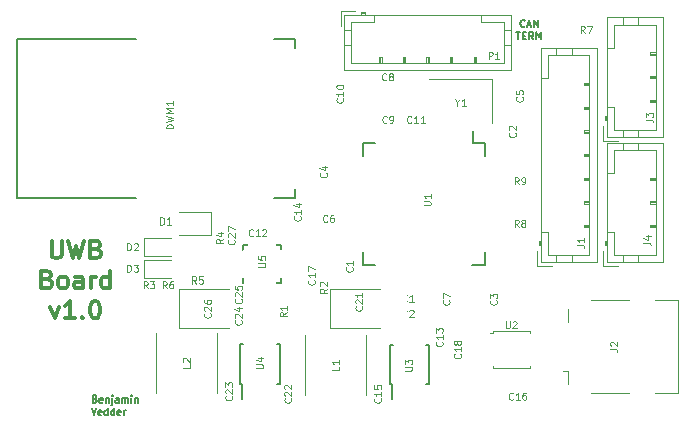
<source format=gto>
G04 #@! TF.GenerationSoftware,KiCad,Pcbnew,5.0.0-rc2-dev-unknown-bf135b0~64~ubuntu16.04.1*
G04 #@! TF.CreationDate,2018-05-07T12:38:37+02:00*
G04 #@! TF.ProjectId,uwb_pcb,7577625F7063622E6B696361645F7063,rev?*
G04 #@! TF.SameCoordinates,Original*
G04 #@! TF.FileFunction,Legend,Top*
G04 #@! TF.FilePolarity,Positive*
%FSLAX46Y46*%
G04 Gerber Fmt 4.6, Leading zero omitted, Abs format (unit mm)*
G04 Created by KiCad (PCBNEW 5.0.0-rc2-dev-unknown-bf135b0~64~ubuntu16.04.1) date Mon May  7 12:38:37 2018*
%MOMM*%
%LPD*%
G01*
G04 APERTURE LIST*
%ADD10C,0.150000*%
%ADD11C,0.300000*%
%ADD12C,0.120000*%
%ADD13C,0.100000*%
%ADD14R,1.700000X1.400000*%
%ADD15O,0.300000X0.650000*%
%ADD16O,0.650000X0.300000*%
%ADD17R,1.100000X0.920000*%
%ADD18R,0.920000X1.100000*%
%ADD19R,1.850000X1.300000*%
%ADD20O,1.850000X1.300000*%
%ADD21C,3.300000*%
%ADD22R,1.560000X2.500000*%
%ADD23R,1.300000X1.850000*%
%ADD24O,1.300000X1.850000*%
%ADD25R,2.100000X0.600000*%
%ADD26R,1.800000X2.100000*%
%ADD27C,1.100000*%
%ADD28R,1.220000X1.500000*%
%ADD29R,4.300000X1.600000*%
%ADD30R,0.750000X0.450000*%
%ADD31R,1.650000X2.500000*%
%ADD32R,0.350000X1.100000*%
%ADD33R,1.100000X0.350000*%
%ADD34R,0.550000X1.550000*%
%ADD35R,1.100000X2.550000*%
%ADD36R,2.550000X1.100000*%
G04 APERTURE END LIST*
D10*
X131214285Y-34489285D02*
X131185714Y-34517857D01*
X131100000Y-34546428D01*
X131042857Y-34546428D01*
X130957142Y-34517857D01*
X130900000Y-34460714D01*
X130871428Y-34403571D01*
X130842857Y-34289285D01*
X130842857Y-34203571D01*
X130871428Y-34089285D01*
X130900000Y-34032142D01*
X130957142Y-33975000D01*
X131042857Y-33946428D01*
X131100000Y-33946428D01*
X131185714Y-33975000D01*
X131214285Y-34003571D01*
X131442857Y-34375000D02*
X131728571Y-34375000D01*
X131385714Y-34546428D02*
X131585714Y-33946428D01*
X131785714Y-34546428D01*
X131985714Y-34546428D02*
X131985714Y-33946428D01*
X132328571Y-34546428D01*
X132328571Y-33946428D01*
X130514285Y-34996428D02*
X130857142Y-34996428D01*
X130685714Y-35596428D02*
X130685714Y-34996428D01*
X131057142Y-35282142D02*
X131257142Y-35282142D01*
X131342857Y-35596428D02*
X131057142Y-35596428D01*
X131057142Y-34996428D01*
X131342857Y-34996428D01*
X131942857Y-35596428D02*
X131742857Y-35310714D01*
X131600000Y-35596428D02*
X131600000Y-34996428D01*
X131828571Y-34996428D01*
X131885714Y-35025000D01*
X131914285Y-35053571D01*
X131942857Y-35110714D01*
X131942857Y-35196428D01*
X131914285Y-35253571D01*
X131885714Y-35282142D01*
X131828571Y-35310714D01*
X131600000Y-35310714D01*
X132200000Y-35596428D02*
X132200000Y-34996428D01*
X132400000Y-35425000D01*
X132600000Y-34996428D01*
X132600000Y-35596428D01*
X94840357Y-66032142D02*
X94926071Y-66060714D01*
X94954642Y-66089285D01*
X94983214Y-66146428D01*
X94983214Y-66232142D01*
X94954642Y-66289285D01*
X94926071Y-66317857D01*
X94868928Y-66346428D01*
X94640357Y-66346428D01*
X94640357Y-65746428D01*
X94840357Y-65746428D01*
X94897500Y-65775000D01*
X94926071Y-65803571D01*
X94954642Y-65860714D01*
X94954642Y-65917857D01*
X94926071Y-65975000D01*
X94897500Y-66003571D01*
X94840357Y-66032142D01*
X94640357Y-66032142D01*
X95468928Y-66317857D02*
X95411785Y-66346428D01*
X95297500Y-66346428D01*
X95240357Y-66317857D01*
X95211785Y-66260714D01*
X95211785Y-66032142D01*
X95240357Y-65975000D01*
X95297500Y-65946428D01*
X95411785Y-65946428D01*
X95468928Y-65975000D01*
X95497500Y-66032142D01*
X95497500Y-66089285D01*
X95211785Y-66146428D01*
X95754642Y-65946428D02*
X95754642Y-66346428D01*
X95754642Y-66003571D02*
X95783214Y-65975000D01*
X95840357Y-65946428D01*
X95926071Y-65946428D01*
X95983214Y-65975000D01*
X96011785Y-66032142D01*
X96011785Y-66346428D01*
X96297500Y-65946428D02*
X96297500Y-66460714D01*
X96268928Y-66517857D01*
X96211785Y-66546428D01*
X96183214Y-66546428D01*
X96297500Y-65746428D02*
X96268928Y-65775000D01*
X96297500Y-65803571D01*
X96326071Y-65775000D01*
X96297500Y-65746428D01*
X96297500Y-65803571D01*
X96840357Y-66346428D02*
X96840357Y-66032142D01*
X96811785Y-65975000D01*
X96754642Y-65946428D01*
X96640357Y-65946428D01*
X96583214Y-65975000D01*
X96840357Y-66317857D02*
X96783214Y-66346428D01*
X96640357Y-66346428D01*
X96583214Y-66317857D01*
X96554642Y-66260714D01*
X96554642Y-66203571D01*
X96583214Y-66146428D01*
X96640357Y-66117857D01*
X96783214Y-66117857D01*
X96840357Y-66089285D01*
X97126071Y-66346428D02*
X97126071Y-65946428D01*
X97126071Y-66003571D02*
X97154642Y-65975000D01*
X97211785Y-65946428D01*
X97297500Y-65946428D01*
X97354642Y-65975000D01*
X97383214Y-66032142D01*
X97383214Y-66346428D01*
X97383214Y-66032142D02*
X97411785Y-65975000D01*
X97468928Y-65946428D01*
X97554642Y-65946428D01*
X97611785Y-65975000D01*
X97640357Y-66032142D01*
X97640357Y-66346428D01*
X97926071Y-66346428D02*
X97926071Y-65946428D01*
X97926071Y-65746428D02*
X97897500Y-65775000D01*
X97926071Y-65803571D01*
X97954642Y-65775000D01*
X97926071Y-65746428D01*
X97926071Y-65803571D01*
X98211785Y-65946428D02*
X98211785Y-66346428D01*
X98211785Y-66003571D02*
X98240357Y-65975000D01*
X98297500Y-65946428D01*
X98383214Y-65946428D01*
X98440357Y-65975000D01*
X98468928Y-66032142D01*
X98468928Y-66346428D01*
X94554642Y-66796428D02*
X94754642Y-67396428D01*
X94954642Y-66796428D01*
X95383214Y-67367857D02*
X95326071Y-67396428D01*
X95211785Y-67396428D01*
X95154642Y-67367857D01*
X95126071Y-67310714D01*
X95126071Y-67082142D01*
X95154642Y-67025000D01*
X95211785Y-66996428D01*
X95326071Y-66996428D01*
X95383214Y-67025000D01*
X95411785Y-67082142D01*
X95411785Y-67139285D01*
X95126071Y-67196428D01*
X95926071Y-67396428D02*
X95926071Y-66796428D01*
X95926071Y-67367857D02*
X95868928Y-67396428D01*
X95754642Y-67396428D01*
X95697500Y-67367857D01*
X95668928Y-67339285D01*
X95640357Y-67282142D01*
X95640357Y-67110714D01*
X95668928Y-67053571D01*
X95697500Y-67025000D01*
X95754642Y-66996428D01*
X95868928Y-66996428D01*
X95926071Y-67025000D01*
X96468928Y-67396428D02*
X96468928Y-66796428D01*
X96468928Y-67367857D02*
X96411785Y-67396428D01*
X96297500Y-67396428D01*
X96240357Y-67367857D01*
X96211785Y-67339285D01*
X96183214Y-67282142D01*
X96183214Y-67110714D01*
X96211785Y-67053571D01*
X96240357Y-67025000D01*
X96297500Y-66996428D01*
X96411785Y-66996428D01*
X96468928Y-67025000D01*
X96983214Y-67367857D02*
X96926071Y-67396428D01*
X96811785Y-67396428D01*
X96754642Y-67367857D01*
X96726071Y-67310714D01*
X96726071Y-67082142D01*
X96754642Y-67025000D01*
X96811785Y-66996428D01*
X96926071Y-66996428D01*
X96983214Y-67025000D01*
X97011785Y-67082142D01*
X97011785Y-67139285D01*
X96726071Y-67196428D01*
X97268928Y-67396428D02*
X97268928Y-66996428D01*
X97268928Y-67110714D02*
X97297500Y-67053571D01*
X97326071Y-67025000D01*
X97383214Y-66996428D01*
X97440357Y-66996428D01*
D11*
X91164285Y-52628571D02*
X91164285Y-53842857D01*
X91235714Y-53985714D01*
X91307142Y-54057142D01*
X91450000Y-54128571D01*
X91735714Y-54128571D01*
X91878571Y-54057142D01*
X91950000Y-53985714D01*
X92021428Y-53842857D01*
X92021428Y-52628571D01*
X92592857Y-52628571D02*
X92950000Y-54128571D01*
X93235714Y-53057142D01*
X93521428Y-54128571D01*
X93878571Y-52628571D01*
X94950000Y-53342857D02*
X95164285Y-53414285D01*
X95235714Y-53485714D01*
X95307142Y-53628571D01*
X95307142Y-53842857D01*
X95235714Y-53985714D01*
X95164285Y-54057142D01*
X95021428Y-54128571D01*
X94450000Y-54128571D01*
X94450000Y-52628571D01*
X94950000Y-52628571D01*
X95092857Y-52700000D01*
X95164285Y-52771428D01*
X95235714Y-52914285D01*
X95235714Y-53057142D01*
X95164285Y-53200000D01*
X95092857Y-53271428D01*
X94950000Y-53342857D01*
X94450000Y-53342857D01*
X90807142Y-55892857D02*
X91021428Y-55964285D01*
X91092857Y-56035714D01*
X91164285Y-56178571D01*
X91164285Y-56392857D01*
X91092857Y-56535714D01*
X91021428Y-56607142D01*
X90878571Y-56678571D01*
X90307142Y-56678571D01*
X90307142Y-55178571D01*
X90807142Y-55178571D01*
X90950000Y-55250000D01*
X91021428Y-55321428D01*
X91092857Y-55464285D01*
X91092857Y-55607142D01*
X91021428Y-55750000D01*
X90950000Y-55821428D01*
X90807142Y-55892857D01*
X90307142Y-55892857D01*
X92021428Y-56678571D02*
X91878571Y-56607142D01*
X91807142Y-56535714D01*
X91735714Y-56392857D01*
X91735714Y-55964285D01*
X91807142Y-55821428D01*
X91878571Y-55750000D01*
X92021428Y-55678571D01*
X92235714Y-55678571D01*
X92378571Y-55750000D01*
X92450000Y-55821428D01*
X92521428Y-55964285D01*
X92521428Y-56392857D01*
X92450000Y-56535714D01*
X92378571Y-56607142D01*
X92235714Y-56678571D01*
X92021428Y-56678571D01*
X93807142Y-56678571D02*
X93807142Y-55892857D01*
X93735714Y-55750000D01*
X93592857Y-55678571D01*
X93307142Y-55678571D01*
X93164285Y-55750000D01*
X93807142Y-56607142D02*
X93664285Y-56678571D01*
X93307142Y-56678571D01*
X93164285Y-56607142D01*
X93092857Y-56464285D01*
X93092857Y-56321428D01*
X93164285Y-56178571D01*
X93307142Y-56107142D01*
X93664285Y-56107142D01*
X93807142Y-56035714D01*
X94521428Y-56678571D02*
X94521428Y-55678571D01*
X94521428Y-55964285D02*
X94592857Y-55821428D01*
X94664285Y-55750000D01*
X94807142Y-55678571D01*
X94950000Y-55678571D01*
X96092857Y-56678571D02*
X96092857Y-55178571D01*
X96092857Y-56607142D02*
X95950000Y-56678571D01*
X95664285Y-56678571D01*
X95521428Y-56607142D01*
X95450000Y-56535714D01*
X95378571Y-56392857D01*
X95378571Y-55964285D01*
X95450000Y-55821428D01*
X95521428Y-55750000D01*
X95664285Y-55678571D01*
X95950000Y-55678571D01*
X96092857Y-55750000D01*
X91057142Y-58228571D02*
X91414285Y-59228571D01*
X91771428Y-58228571D01*
X93128571Y-59228571D02*
X92271428Y-59228571D01*
X92700000Y-59228571D02*
X92700000Y-57728571D01*
X92557142Y-57942857D01*
X92414285Y-58085714D01*
X92271428Y-58157142D01*
X93771428Y-59085714D02*
X93842857Y-59157142D01*
X93771428Y-59228571D01*
X93700000Y-59157142D01*
X93771428Y-59085714D01*
X93771428Y-59228571D01*
X94771428Y-57728571D02*
X94914285Y-57728571D01*
X95057142Y-57800000D01*
X95128571Y-57871428D01*
X95200000Y-58014285D01*
X95271428Y-58300000D01*
X95271428Y-58657142D01*
X95200000Y-58942857D01*
X95128571Y-59085714D01*
X95057142Y-59157142D01*
X94914285Y-59228571D01*
X94771428Y-59228571D01*
X94628571Y-59157142D01*
X94557142Y-59085714D01*
X94485714Y-58942857D01*
X94414285Y-58657142D01*
X94414285Y-58300000D01*
X94485714Y-58014285D01*
X94557142Y-57871428D01*
X94628571Y-57800000D01*
X94771428Y-57728571D01*
D12*
X128450000Y-42650000D02*
X128450000Y-38950000D01*
X128450000Y-38950000D02*
X123150000Y-38950000D01*
D10*
X110600000Y-56200000D02*
X110200000Y-56200000D01*
X110600000Y-56200000D02*
X110600000Y-55800000D01*
X110600000Y-53000000D02*
X110200000Y-53000000D01*
X110600000Y-53000000D02*
X110600000Y-53400000D01*
X107400000Y-53000000D02*
X107800000Y-53000000D01*
X107400000Y-53000000D02*
X107400000Y-53400000D01*
X107400000Y-56200000D02*
X107400000Y-55800000D01*
D12*
X132590000Y-54460000D02*
X137310000Y-54460000D01*
X137310000Y-54460000D02*
X137310000Y-36340000D01*
X137310000Y-36340000D02*
X132590000Y-36340000D01*
X132590000Y-36340000D02*
X132590000Y-54460000D01*
X132590000Y-52700000D02*
X132390000Y-52700000D01*
X132390000Y-52700000D02*
X132390000Y-53000000D01*
X132390000Y-53000000D02*
X132590000Y-53000000D01*
X132490000Y-52700000D02*
X132490000Y-53000000D01*
X132590000Y-51900000D02*
X133200000Y-51900000D01*
X133200000Y-51900000D02*
X133200000Y-53850000D01*
X133200000Y-53850000D02*
X136700000Y-53850000D01*
X136700000Y-53850000D02*
X136700000Y-36950000D01*
X136700000Y-36950000D02*
X133200000Y-36950000D01*
X133200000Y-36950000D02*
X133200000Y-38900000D01*
X133200000Y-38900000D02*
X132590000Y-38900000D01*
X133900000Y-54460000D02*
X133900000Y-53850000D01*
X135200000Y-54460000D02*
X135200000Y-53850000D01*
X133900000Y-36340000D02*
X133900000Y-36950000D01*
X135200000Y-36340000D02*
X135200000Y-36950000D01*
X136700000Y-51500000D02*
X136200000Y-51500000D01*
X136200000Y-51500000D02*
X136200000Y-51300000D01*
X136200000Y-51300000D02*
X136700000Y-51300000D01*
X136700000Y-51400000D02*
X136200000Y-51400000D01*
X136700000Y-49500000D02*
X136200000Y-49500000D01*
X136200000Y-49500000D02*
X136200000Y-49300000D01*
X136200000Y-49300000D02*
X136700000Y-49300000D01*
X136700000Y-49400000D02*
X136200000Y-49400000D01*
X136700000Y-47500000D02*
X136200000Y-47500000D01*
X136200000Y-47500000D02*
X136200000Y-47300000D01*
X136200000Y-47300000D02*
X136700000Y-47300000D01*
X136700000Y-47400000D02*
X136200000Y-47400000D01*
X136700000Y-45500000D02*
X136200000Y-45500000D01*
X136200000Y-45500000D02*
X136200000Y-45300000D01*
X136200000Y-45300000D02*
X136700000Y-45300000D01*
X136700000Y-45400000D02*
X136200000Y-45400000D01*
X136700000Y-43500000D02*
X136200000Y-43500000D01*
X136200000Y-43500000D02*
X136200000Y-43300000D01*
X136200000Y-43300000D02*
X136700000Y-43300000D01*
X136700000Y-43400000D02*
X136200000Y-43400000D01*
X136700000Y-41500000D02*
X136200000Y-41500000D01*
X136200000Y-41500000D02*
X136200000Y-41300000D01*
X136200000Y-41300000D02*
X136700000Y-41300000D01*
X136700000Y-41400000D02*
X136200000Y-41400000D01*
X136700000Y-39500000D02*
X136200000Y-39500000D01*
X136200000Y-39500000D02*
X136200000Y-39300000D01*
X136200000Y-39300000D02*
X136700000Y-39300000D01*
X136700000Y-39400000D02*
X136200000Y-39400000D01*
X132290000Y-53510000D02*
X132290000Y-54760000D01*
X132290000Y-54760000D02*
X133540000Y-54760000D01*
X101930000Y-60060000D02*
X106150000Y-60060000D01*
X101930000Y-56740000D02*
X101930000Y-60060000D01*
X106150000Y-56740000D02*
X101930000Y-56740000D01*
X118970926Y-56733207D02*
X114750926Y-56733207D01*
X114750926Y-56733207D02*
X114750926Y-60053207D01*
X114750926Y-60053207D02*
X118970926Y-60053207D01*
X137890000Y-54760000D02*
X139140000Y-54760000D01*
X137890000Y-53510000D02*
X137890000Y-54760000D01*
X142300000Y-47400000D02*
X141800000Y-47400000D01*
X141800000Y-47300000D02*
X142300000Y-47300000D01*
X141800000Y-47500000D02*
X141800000Y-47300000D01*
X142300000Y-47500000D02*
X141800000Y-47500000D01*
X142300000Y-49400000D02*
X141800000Y-49400000D01*
X141800000Y-49300000D02*
X142300000Y-49300000D01*
X141800000Y-49500000D02*
X141800000Y-49300000D01*
X142300000Y-49500000D02*
X141800000Y-49500000D01*
X142300000Y-51400000D02*
X141800000Y-51400000D01*
X141800000Y-51300000D02*
X142300000Y-51300000D01*
X141800000Y-51500000D02*
X141800000Y-51300000D01*
X142300000Y-51500000D02*
X141800000Y-51500000D01*
X140800000Y-44340000D02*
X140800000Y-44950000D01*
X139500000Y-44340000D02*
X139500000Y-44950000D01*
X140800000Y-54460000D02*
X140800000Y-53850000D01*
X139500000Y-54460000D02*
X139500000Y-53850000D01*
X138800000Y-46900000D02*
X138190000Y-46900000D01*
X138800000Y-44950000D02*
X138800000Y-46900000D01*
X142300000Y-44950000D02*
X138800000Y-44950000D01*
X142300000Y-53850000D02*
X142300000Y-44950000D01*
X138800000Y-53850000D02*
X142300000Y-53850000D01*
X138800000Y-51900000D02*
X138800000Y-53850000D01*
X138190000Y-51900000D02*
X138800000Y-51900000D01*
X138090000Y-52700000D02*
X138090000Y-53000000D01*
X137990000Y-53000000D02*
X138190000Y-53000000D01*
X137990000Y-52700000D02*
X137990000Y-53000000D01*
X138190000Y-52700000D02*
X137990000Y-52700000D01*
X138190000Y-44340000D02*
X138190000Y-54460000D01*
X142910000Y-44340000D02*
X138190000Y-44340000D01*
X142910000Y-54460000D02*
X142910000Y-44340000D01*
X138190000Y-54460000D02*
X142910000Y-54460000D01*
X138190000Y-43860000D02*
X142910000Y-43860000D01*
X142910000Y-43860000D02*
X142910000Y-33740000D01*
X142910000Y-33740000D02*
X138190000Y-33740000D01*
X138190000Y-33740000D02*
X138190000Y-43860000D01*
X138190000Y-42100000D02*
X137990000Y-42100000D01*
X137990000Y-42100000D02*
X137990000Y-42400000D01*
X137990000Y-42400000D02*
X138190000Y-42400000D01*
X138090000Y-42100000D02*
X138090000Y-42400000D01*
X138190000Y-41300000D02*
X138800000Y-41300000D01*
X138800000Y-41300000D02*
X138800000Y-43250000D01*
X138800000Y-43250000D02*
X142300000Y-43250000D01*
X142300000Y-43250000D02*
X142300000Y-34350000D01*
X142300000Y-34350000D02*
X138800000Y-34350000D01*
X138800000Y-34350000D02*
X138800000Y-36300000D01*
X138800000Y-36300000D02*
X138190000Y-36300000D01*
X139500000Y-43860000D02*
X139500000Y-43250000D01*
X140800000Y-43860000D02*
X140800000Y-43250000D01*
X139500000Y-33740000D02*
X139500000Y-34350000D01*
X140800000Y-33740000D02*
X140800000Y-34350000D01*
X142300000Y-40900000D02*
X141800000Y-40900000D01*
X141800000Y-40900000D02*
X141800000Y-40700000D01*
X141800000Y-40700000D02*
X142300000Y-40700000D01*
X142300000Y-40800000D02*
X141800000Y-40800000D01*
X142300000Y-38900000D02*
X141800000Y-38900000D01*
X141800000Y-38900000D02*
X141800000Y-38700000D01*
X141800000Y-38700000D02*
X142300000Y-38700000D01*
X142300000Y-38800000D02*
X141800000Y-38800000D01*
X142300000Y-36900000D02*
X141800000Y-36900000D01*
X141800000Y-36900000D02*
X141800000Y-36700000D01*
X141800000Y-36700000D02*
X142300000Y-36700000D01*
X142300000Y-36800000D02*
X141800000Y-36800000D01*
X137890000Y-42910000D02*
X137890000Y-44160000D01*
X137890000Y-44160000D02*
X139140000Y-44160000D01*
X115940000Y-33496000D02*
X115940000Y-38216000D01*
X115940000Y-38216000D02*
X130060000Y-38216000D01*
X130060000Y-38216000D02*
X130060000Y-33496000D01*
X130060000Y-33496000D02*
X115940000Y-33496000D01*
X117700000Y-33496000D02*
X117700000Y-33296000D01*
X117700000Y-33296000D02*
X117400000Y-33296000D01*
X117400000Y-33296000D02*
X117400000Y-33496000D01*
X117700000Y-33396000D02*
X117400000Y-33396000D01*
X118500000Y-33496000D02*
X118500000Y-34106000D01*
X118500000Y-34106000D02*
X116550000Y-34106000D01*
X116550000Y-34106000D02*
X116550000Y-37606000D01*
X116550000Y-37606000D02*
X129450000Y-37606000D01*
X129450000Y-37606000D02*
X129450000Y-34106000D01*
X129450000Y-34106000D02*
X127500000Y-34106000D01*
X127500000Y-34106000D02*
X127500000Y-33496000D01*
X115940000Y-34806000D02*
X116550000Y-34806000D01*
X115940000Y-36106000D02*
X116550000Y-36106000D01*
X130060000Y-34806000D02*
X129450000Y-34806000D01*
X130060000Y-36106000D02*
X129450000Y-36106000D01*
X118900000Y-37606000D02*
X118900000Y-37106000D01*
X118900000Y-37106000D02*
X119100000Y-37106000D01*
X119100000Y-37106000D02*
X119100000Y-37606000D01*
X119000000Y-37606000D02*
X119000000Y-37106000D01*
X120900000Y-37606000D02*
X120900000Y-37106000D01*
X120900000Y-37106000D02*
X121100000Y-37106000D01*
X121100000Y-37106000D02*
X121100000Y-37606000D01*
X121000000Y-37606000D02*
X121000000Y-37106000D01*
X122900000Y-37606000D02*
X122900000Y-37106000D01*
X122900000Y-37106000D02*
X123100000Y-37106000D01*
X123100000Y-37106000D02*
X123100000Y-37606000D01*
X123000000Y-37606000D02*
X123000000Y-37106000D01*
X124900000Y-37606000D02*
X124900000Y-37106000D01*
X124900000Y-37106000D02*
X125100000Y-37106000D01*
X125100000Y-37106000D02*
X125100000Y-37606000D01*
X125000000Y-37606000D02*
X125000000Y-37106000D01*
X126900000Y-37606000D02*
X126900000Y-37106000D01*
X126900000Y-37106000D02*
X127100000Y-37106000D01*
X127100000Y-37106000D02*
X127100000Y-37606000D01*
X127000000Y-37606000D02*
X127000000Y-37106000D01*
X116890000Y-33196000D02*
X115640000Y-33196000D01*
X115640000Y-33196000D02*
X115640000Y-34446000D01*
X144210000Y-57690000D02*
X144210000Y-65510000D01*
X134890000Y-63710000D02*
X134460000Y-63710000D01*
X144210000Y-57690000D02*
X142260000Y-57690000D01*
X140040000Y-57690000D02*
X136810000Y-57690000D01*
X134890000Y-59490000D02*
X134890000Y-58410000D01*
X134890000Y-64790000D02*
X134890000Y-63710000D01*
X140040000Y-65510000D02*
X136810000Y-65510000D01*
X144210000Y-65510000D02*
X142260000Y-65510000D01*
X101943000Y-52160000D02*
X104643000Y-52160000D01*
X104643000Y-52160000D02*
X104643000Y-50240000D01*
X104643000Y-50240000D02*
X101943000Y-50240000D01*
X117820926Y-65743207D02*
X117820926Y-60643207D01*
X112620926Y-65743207D02*
X112620926Y-60643207D01*
X100000000Y-65550000D02*
X100000000Y-60450000D01*
X105200000Y-65550000D02*
X105200000Y-60450000D01*
X98987000Y-55760000D02*
X101257000Y-55760000D01*
X98987000Y-54240000D02*
X98987000Y-55760000D01*
X101257000Y-54240000D02*
X98987000Y-54240000D01*
X101257000Y-52440000D02*
X98987000Y-52440000D01*
X98987000Y-52440000D02*
X98987000Y-53960000D01*
X98987000Y-53960000D02*
X101257000Y-53960000D01*
X128506000Y-60439000D02*
X128246000Y-60439000D01*
X131626000Y-63409000D02*
X131626000Y-63259000D01*
X128506000Y-63409000D02*
X131626000Y-63409000D01*
X128506000Y-60289000D02*
X131626000Y-60289000D01*
X128506000Y-63409000D02*
X128506000Y-63259000D01*
X128506000Y-60289000D02*
X128506000Y-60439000D01*
X131626000Y-60289000D02*
X131626000Y-60439000D01*
D10*
X127857000Y-44355000D02*
X126857000Y-44355000D01*
X127857000Y-54705000D02*
X126782000Y-54705000D01*
X117507000Y-54705000D02*
X118582000Y-54705000D01*
X117507000Y-44355000D02*
X118582000Y-44355000D01*
X127857000Y-44355000D02*
X127857000Y-45430000D01*
X117507000Y-44355000D02*
X117507000Y-45430000D01*
X117507000Y-54705000D02*
X117507000Y-53630000D01*
X127857000Y-54705000D02*
X127857000Y-53630000D01*
X126857000Y-44355000D02*
X126857000Y-43330000D01*
X107300000Y-64772000D02*
X107300000Y-66022000D01*
X110475000Y-64772000D02*
X110475000Y-61422000D01*
X107125000Y-64772000D02*
X107125000Y-61422000D01*
X110475000Y-64772000D02*
X110225000Y-64772000D01*
X110475000Y-61422000D02*
X110225000Y-61422000D01*
X107125000Y-61422000D02*
X107375000Y-61422000D01*
X107125000Y-64772000D02*
X107300000Y-64772000D01*
X119780426Y-64813826D02*
X119955426Y-64813826D01*
X119780426Y-61463826D02*
X120030426Y-61463826D01*
X123130426Y-61463826D02*
X122880426Y-61463826D01*
X123130426Y-64813826D02*
X122880426Y-64813826D01*
X119780426Y-64813826D02*
X119780426Y-61463826D01*
X123130426Y-64813826D02*
X123130426Y-61463826D01*
X119955426Y-64813826D02*
X119955426Y-66063826D01*
X111772000Y-48301000D02*
X111772000Y-49051000D01*
X111772000Y-49051000D02*
X110022000Y-49051000D01*
X111772000Y-36301000D02*
X111772000Y-35551000D01*
X111772000Y-35551000D02*
X110022000Y-35551000D01*
X88272000Y-49051000D02*
X88272000Y-35551000D01*
X88272000Y-35551000D02*
X98272000Y-35551000D01*
X88272000Y-49051000D02*
X98272000Y-49051000D01*
D13*
X125514285Y-40926714D02*
X125514285Y-41212428D01*
X125314285Y-40612428D02*
X125514285Y-40926714D01*
X125714285Y-40612428D01*
X126228571Y-41212428D02*
X125885714Y-41212428D01*
X126057142Y-41212428D02*
X126057142Y-40612428D01*
X126000000Y-40698142D01*
X125942857Y-40755285D01*
X125885714Y-40783857D01*
X108671428Y-54857142D02*
X109157142Y-54857142D01*
X109214285Y-54828571D01*
X109242857Y-54800000D01*
X109271428Y-54742857D01*
X109271428Y-54628571D01*
X109242857Y-54571428D01*
X109214285Y-54542857D01*
X109157142Y-54514285D01*
X108671428Y-54514285D01*
X108671428Y-53942857D02*
X108671428Y-54228571D01*
X108957142Y-54257142D01*
X108928571Y-54228571D01*
X108900000Y-54171428D01*
X108900000Y-54028571D01*
X108928571Y-53971428D01*
X108957142Y-53942857D01*
X109014285Y-53914285D01*
X109157142Y-53914285D01*
X109214285Y-53942857D01*
X109242857Y-53971428D01*
X109271428Y-54028571D01*
X109271428Y-54171428D01*
X109242857Y-54228571D01*
X109214285Y-54257142D01*
X112214285Y-50585714D02*
X112242857Y-50614285D01*
X112271428Y-50700000D01*
X112271428Y-50757142D01*
X112242857Y-50842857D01*
X112185714Y-50900000D01*
X112128571Y-50928571D01*
X112014285Y-50957142D01*
X111928571Y-50957142D01*
X111814285Y-50928571D01*
X111757142Y-50900000D01*
X111700000Y-50842857D01*
X111671428Y-50757142D01*
X111671428Y-50700000D01*
X111700000Y-50614285D01*
X111728571Y-50585714D01*
X112271428Y-50014285D02*
X112271428Y-50357142D01*
X112271428Y-50185714D02*
X111671428Y-50185714D01*
X111757142Y-50242857D01*
X111814285Y-50300000D01*
X111842857Y-50357142D01*
X111871428Y-49500000D02*
X112271428Y-49500000D01*
X111642857Y-49642857D02*
X112071428Y-49785714D01*
X112071428Y-49414285D01*
X113414285Y-55985714D02*
X113442857Y-56014285D01*
X113471428Y-56100000D01*
X113471428Y-56157142D01*
X113442857Y-56242857D01*
X113385714Y-56300000D01*
X113328571Y-56328571D01*
X113214285Y-56357142D01*
X113128571Y-56357142D01*
X113014285Y-56328571D01*
X112957142Y-56300000D01*
X112900000Y-56242857D01*
X112871428Y-56157142D01*
X112871428Y-56100000D01*
X112900000Y-56014285D01*
X112928571Y-55985714D01*
X113471428Y-55414285D02*
X113471428Y-55757142D01*
X113471428Y-55585714D02*
X112871428Y-55585714D01*
X112957142Y-55642857D01*
X113014285Y-55700000D01*
X113042857Y-55757142D01*
X112871428Y-55214285D02*
X112871428Y-54814285D01*
X113471428Y-55071428D01*
X106614285Y-52585714D02*
X106642857Y-52614285D01*
X106671428Y-52700000D01*
X106671428Y-52757142D01*
X106642857Y-52842857D01*
X106585714Y-52900000D01*
X106528571Y-52928571D01*
X106414285Y-52957142D01*
X106328571Y-52957142D01*
X106214285Y-52928571D01*
X106157142Y-52900000D01*
X106100000Y-52842857D01*
X106071428Y-52757142D01*
X106071428Y-52700000D01*
X106100000Y-52614285D01*
X106128571Y-52585714D01*
X106128571Y-52357142D02*
X106100000Y-52328571D01*
X106071428Y-52271428D01*
X106071428Y-52128571D01*
X106100000Y-52071428D01*
X106128571Y-52042857D01*
X106185714Y-52014285D01*
X106242857Y-52014285D01*
X106328571Y-52042857D01*
X106671428Y-52385714D01*
X106671428Y-52014285D01*
X106071428Y-51814285D02*
X106071428Y-51414285D01*
X106671428Y-51671428D01*
X130700000Y-51471428D02*
X130500000Y-51185714D01*
X130357142Y-51471428D02*
X130357142Y-50871428D01*
X130585714Y-50871428D01*
X130642857Y-50900000D01*
X130671428Y-50928571D01*
X130700000Y-50985714D01*
X130700000Y-51071428D01*
X130671428Y-51128571D01*
X130642857Y-51157142D01*
X130585714Y-51185714D01*
X130357142Y-51185714D01*
X131042857Y-51128571D02*
X130985714Y-51100000D01*
X130957142Y-51071428D01*
X130928571Y-51014285D01*
X130928571Y-50985714D01*
X130957142Y-50928571D01*
X130985714Y-50900000D01*
X131042857Y-50871428D01*
X131157142Y-50871428D01*
X131214285Y-50900000D01*
X131242857Y-50928571D01*
X131271428Y-50985714D01*
X131271428Y-51014285D01*
X131242857Y-51071428D01*
X131214285Y-51100000D01*
X131157142Y-51128571D01*
X131042857Y-51128571D01*
X130985714Y-51157142D01*
X130957142Y-51185714D01*
X130928571Y-51242857D01*
X130928571Y-51357142D01*
X130957142Y-51414285D01*
X130985714Y-51442857D01*
X131042857Y-51471428D01*
X131157142Y-51471428D01*
X131214285Y-51442857D01*
X131242857Y-51414285D01*
X131271428Y-51357142D01*
X131271428Y-51242857D01*
X131242857Y-51185714D01*
X131214285Y-51157142D01*
X131157142Y-51128571D01*
X130700000Y-47871428D02*
X130500000Y-47585714D01*
X130357142Y-47871428D02*
X130357142Y-47271428D01*
X130585714Y-47271428D01*
X130642857Y-47300000D01*
X130671428Y-47328571D01*
X130700000Y-47385714D01*
X130700000Y-47471428D01*
X130671428Y-47528571D01*
X130642857Y-47557142D01*
X130585714Y-47585714D01*
X130357142Y-47585714D01*
X130985714Y-47871428D02*
X131100000Y-47871428D01*
X131157142Y-47842857D01*
X131185714Y-47814285D01*
X131242857Y-47728571D01*
X131271428Y-47614285D01*
X131271428Y-47385714D01*
X131242857Y-47328571D01*
X131214285Y-47300000D01*
X131157142Y-47271428D01*
X131042857Y-47271428D01*
X130985714Y-47300000D01*
X130957142Y-47328571D01*
X130928571Y-47385714D01*
X130928571Y-47528571D01*
X130957142Y-47585714D01*
X130985714Y-47614285D01*
X131042857Y-47642857D01*
X131157142Y-47642857D01*
X131214285Y-47614285D01*
X131242857Y-47585714D01*
X131271428Y-47528571D01*
X135671428Y-53000000D02*
X136100000Y-53000000D01*
X136185714Y-53028571D01*
X136242857Y-53085714D01*
X136271428Y-53171428D01*
X136271428Y-53228571D01*
X136271428Y-52400000D02*
X136271428Y-52742857D01*
X136271428Y-52571428D02*
X135671428Y-52571428D01*
X135757142Y-52628571D01*
X135814285Y-52685714D01*
X135842857Y-52742857D01*
X136300000Y-35071428D02*
X136100000Y-34785714D01*
X135957142Y-35071428D02*
X135957142Y-34471428D01*
X136185714Y-34471428D01*
X136242857Y-34500000D01*
X136271428Y-34528571D01*
X136300000Y-34585714D01*
X136300000Y-34671428D01*
X136271428Y-34728571D01*
X136242857Y-34757142D01*
X136185714Y-34785714D01*
X135957142Y-34785714D01*
X136500000Y-34471428D02*
X136900000Y-34471428D01*
X136642857Y-35071428D01*
X107214285Y-57585714D02*
X107242857Y-57614285D01*
X107271428Y-57700000D01*
X107271428Y-57757142D01*
X107242857Y-57842857D01*
X107185714Y-57900000D01*
X107128571Y-57928571D01*
X107014285Y-57957142D01*
X106928571Y-57957142D01*
X106814285Y-57928571D01*
X106757142Y-57900000D01*
X106700000Y-57842857D01*
X106671428Y-57757142D01*
X106671428Y-57700000D01*
X106700000Y-57614285D01*
X106728571Y-57585714D01*
X106728571Y-57357142D02*
X106700000Y-57328571D01*
X106671428Y-57271428D01*
X106671428Y-57128571D01*
X106700000Y-57071428D01*
X106728571Y-57042857D01*
X106785714Y-57014285D01*
X106842857Y-57014285D01*
X106928571Y-57042857D01*
X107271428Y-57385714D01*
X107271428Y-57014285D01*
X106671428Y-56471428D02*
X106671428Y-56757142D01*
X106957142Y-56785714D01*
X106928571Y-56757142D01*
X106900000Y-56700000D01*
X106900000Y-56557142D01*
X106928571Y-56500000D01*
X106957142Y-56471428D01*
X107014285Y-56442857D01*
X107157142Y-56442857D01*
X107214285Y-56471428D01*
X107242857Y-56500000D01*
X107271428Y-56557142D01*
X107271428Y-56700000D01*
X107242857Y-56757142D01*
X107214285Y-56785714D01*
X124214285Y-61185714D02*
X124242857Y-61214285D01*
X124271428Y-61300000D01*
X124271428Y-61357142D01*
X124242857Y-61442857D01*
X124185714Y-61500000D01*
X124128571Y-61528571D01*
X124014285Y-61557142D01*
X123928571Y-61557142D01*
X123814285Y-61528571D01*
X123757142Y-61500000D01*
X123700000Y-61442857D01*
X123671428Y-61357142D01*
X123671428Y-61300000D01*
X123700000Y-61214285D01*
X123728571Y-61185714D01*
X124271428Y-60614285D02*
X124271428Y-60957142D01*
X124271428Y-60785714D02*
X123671428Y-60785714D01*
X123757142Y-60842857D01*
X123814285Y-60900000D01*
X123842857Y-60957142D01*
X123671428Y-60414285D02*
X123671428Y-60042857D01*
X123900000Y-60242857D01*
X123900000Y-60157142D01*
X123928571Y-60100000D01*
X123957142Y-60071428D01*
X124014285Y-60042857D01*
X124157142Y-60042857D01*
X124214285Y-60071428D01*
X124242857Y-60100000D01*
X124271428Y-60157142D01*
X124271428Y-60328571D01*
X124242857Y-60385714D01*
X124214285Y-60414285D01*
X130414285Y-43500000D02*
X130442857Y-43528571D01*
X130471428Y-43614285D01*
X130471428Y-43671428D01*
X130442857Y-43757142D01*
X130385714Y-43814285D01*
X130328571Y-43842857D01*
X130214285Y-43871428D01*
X130128571Y-43871428D01*
X130014285Y-43842857D01*
X129957142Y-43814285D01*
X129900000Y-43757142D01*
X129871428Y-43671428D01*
X129871428Y-43614285D01*
X129900000Y-43528571D01*
X129928571Y-43500000D01*
X129928571Y-43271428D02*
X129900000Y-43242857D01*
X129871428Y-43185714D01*
X129871428Y-43042857D01*
X129900000Y-42985714D01*
X129928571Y-42957142D01*
X129985714Y-42928571D01*
X130042857Y-42928571D01*
X130128571Y-42957142D01*
X130471428Y-43300000D01*
X130471428Y-42928571D01*
X128814285Y-57700000D02*
X128842857Y-57728571D01*
X128871428Y-57814285D01*
X128871428Y-57871428D01*
X128842857Y-57957142D01*
X128785714Y-58014285D01*
X128728571Y-58042857D01*
X128614285Y-58071428D01*
X128528571Y-58071428D01*
X128414285Y-58042857D01*
X128357142Y-58014285D01*
X128300000Y-57957142D01*
X128271428Y-57871428D01*
X128271428Y-57814285D01*
X128300000Y-57728571D01*
X128328571Y-57700000D01*
X128271428Y-57500000D02*
X128271428Y-57128571D01*
X128500000Y-57328571D01*
X128500000Y-57242857D01*
X128528571Y-57185714D01*
X128557142Y-57157142D01*
X128614285Y-57128571D01*
X128757142Y-57128571D01*
X128814285Y-57157142D01*
X128842857Y-57185714D01*
X128871428Y-57242857D01*
X128871428Y-57414285D01*
X128842857Y-57471428D01*
X128814285Y-57500000D01*
X114414285Y-46900000D02*
X114442857Y-46928571D01*
X114471428Y-47014285D01*
X114471428Y-47071428D01*
X114442857Y-47157142D01*
X114385714Y-47214285D01*
X114328571Y-47242857D01*
X114214285Y-47271428D01*
X114128571Y-47271428D01*
X114014285Y-47242857D01*
X113957142Y-47214285D01*
X113900000Y-47157142D01*
X113871428Y-47071428D01*
X113871428Y-47014285D01*
X113900000Y-46928571D01*
X113928571Y-46900000D01*
X114071428Y-46385714D02*
X114471428Y-46385714D01*
X113842857Y-46528571D02*
X114271428Y-46671428D01*
X114271428Y-46300000D01*
X131014285Y-40486000D02*
X131042857Y-40514571D01*
X131071428Y-40600285D01*
X131071428Y-40657428D01*
X131042857Y-40743142D01*
X130985714Y-40800285D01*
X130928571Y-40828857D01*
X130814285Y-40857428D01*
X130728571Y-40857428D01*
X130614285Y-40828857D01*
X130557142Y-40800285D01*
X130500000Y-40743142D01*
X130471428Y-40657428D01*
X130471428Y-40600285D01*
X130500000Y-40514571D01*
X130528571Y-40486000D01*
X130471428Y-39943142D02*
X130471428Y-40228857D01*
X130757142Y-40257428D01*
X130728571Y-40228857D01*
X130700000Y-40171714D01*
X130700000Y-40028857D01*
X130728571Y-39971714D01*
X130757142Y-39943142D01*
X130814285Y-39914571D01*
X130957142Y-39914571D01*
X131014285Y-39943142D01*
X131042857Y-39971714D01*
X131071428Y-40028857D01*
X131071428Y-40171714D01*
X131042857Y-40228857D01*
X131014285Y-40257428D01*
X114500000Y-51014285D02*
X114471428Y-51042857D01*
X114385714Y-51071428D01*
X114328571Y-51071428D01*
X114242857Y-51042857D01*
X114185714Y-50985714D01*
X114157142Y-50928571D01*
X114128571Y-50814285D01*
X114128571Y-50728571D01*
X114157142Y-50614285D01*
X114185714Y-50557142D01*
X114242857Y-50500000D01*
X114328571Y-50471428D01*
X114385714Y-50471428D01*
X114471428Y-50500000D01*
X114500000Y-50528571D01*
X115014285Y-50471428D02*
X114900000Y-50471428D01*
X114842857Y-50500000D01*
X114814285Y-50528571D01*
X114757142Y-50614285D01*
X114728571Y-50728571D01*
X114728571Y-50957142D01*
X114757142Y-51014285D01*
X114785714Y-51042857D01*
X114842857Y-51071428D01*
X114957142Y-51071428D01*
X115014285Y-51042857D01*
X115042857Y-51014285D01*
X115071428Y-50957142D01*
X115071428Y-50814285D01*
X115042857Y-50757142D01*
X115014285Y-50728571D01*
X114957142Y-50700000D01*
X114842857Y-50700000D01*
X114785714Y-50728571D01*
X114757142Y-50757142D01*
X114728571Y-50814285D01*
X124814285Y-57700000D02*
X124842857Y-57728571D01*
X124871428Y-57814285D01*
X124871428Y-57871428D01*
X124842857Y-57957142D01*
X124785714Y-58014285D01*
X124728571Y-58042857D01*
X124614285Y-58071428D01*
X124528571Y-58071428D01*
X124414285Y-58042857D01*
X124357142Y-58014285D01*
X124300000Y-57957142D01*
X124271428Y-57871428D01*
X124271428Y-57814285D01*
X124300000Y-57728571D01*
X124328571Y-57700000D01*
X124271428Y-57500000D02*
X124271428Y-57100000D01*
X124871428Y-57357142D01*
X119500000Y-39014285D02*
X119471428Y-39042857D01*
X119385714Y-39071428D01*
X119328571Y-39071428D01*
X119242857Y-39042857D01*
X119185714Y-38985714D01*
X119157142Y-38928571D01*
X119128571Y-38814285D01*
X119128571Y-38728571D01*
X119157142Y-38614285D01*
X119185714Y-38557142D01*
X119242857Y-38500000D01*
X119328571Y-38471428D01*
X119385714Y-38471428D01*
X119471428Y-38500000D01*
X119500000Y-38528571D01*
X119842857Y-38728571D02*
X119785714Y-38700000D01*
X119757142Y-38671428D01*
X119728571Y-38614285D01*
X119728571Y-38585714D01*
X119757142Y-38528571D01*
X119785714Y-38500000D01*
X119842857Y-38471428D01*
X119957142Y-38471428D01*
X120014285Y-38500000D01*
X120042857Y-38528571D01*
X120071428Y-38585714D01*
X120071428Y-38614285D01*
X120042857Y-38671428D01*
X120014285Y-38700000D01*
X119957142Y-38728571D01*
X119842857Y-38728571D01*
X119785714Y-38757142D01*
X119757142Y-38785714D01*
X119728571Y-38842857D01*
X119728571Y-38957142D01*
X119757142Y-39014285D01*
X119785714Y-39042857D01*
X119842857Y-39071428D01*
X119957142Y-39071428D01*
X120014285Y-39042857D01*
X120042857Y-39014285D01*
X120071428Y-38957142D01*
X120071428Y-38842857D01*
X120042857Y-38785714D01*
X120014285Y-38757142D01*
X119957142Y-38728571D01*
X119534000Y-42614285D02*
X119505428Y-42642857D01*
X119419714Y-42671428D01*
X119362571Y-42671428D01*
X119276857Y-42642857D01*
X119219714Y-42585714D01*
X119191142Y-42528571D01*
X119162571Y-42414285D01*
X119162571Y-42328571D01*
X119191142Y-42214285D01*
X119219714Y-42157142D01*
X119276857Y-42100000D01*
X119362571Y-42071428D01*
X119419714Y-42071428D01*
X119505428Y-42100000D01*
X119534000Y-42128571D01*
X119819714Y-42671428D02*
X119934000Y-42671428D01*
X119991142Y-42642857D01*
X120019714Y-42614285D01*
X120076857Y-42528571D01*
X120105428Y-42414285D01*
X120105428Y-42185714D01*
X120076857Y-42128571D01*
X120048285Y-42100000D01*
X119991142Y-42071428D01*
X119876857Y-42071428D01*
X119819714Y-42100000D01*
X119791142Y-42128571D01*
X119762571Y-42185714D01*
X119762571Y-42328571D01*
X119791142Y-42385714D01*
X119819714Y-42414285D01*
X119876857Y-42442857D01*
X119991142Y-42442857D01*
X120048285Y-42414285D01*
X120076857Y-42385714D01*
X120105428Y-42328571D01*
X115814285Y-40585714D02*
X115842857Y-40614285D01*
X115871428Y-40700000D01*
X115871428Y-40757142D01*
X115842857Y-40842857D01*
X115785714Y-40900000D01*
X115728571Y-40928571D01*
X115614285Y-40957142D01*
X115528571Y-40957142D01*
X115414285Y-40928571D01*
X115357142Y-40900000D01*
X115300000Y-40842857D01*
X115271428Y-40757142D01*
X115271428Y-40700000D01*
X115300000Y-40614285D01*
X115328571Y-40585714D01*
X115871428Y-40014285D02*
X115871428Y-40357142D01*
X115871428Y-40185714D02*
X115271428Y-40185714D01*
X115357142Y-40242857D01*
X115414285Y-40300000D01*
X115442857Y-40357142D01*
X115271428Y-39642857D02*
X115271428Y-39585714D01*
X115300000Y-39528571D01*
X115328571Y-39500000D01*
X115385714Y-39471428D01*
X115500000Y-39442857D01*
X115642857Y-39442857D01*
X115757142Y-39471428D01*
X115814285Y-39500000D01*
X115842857Y-39528571D01*
X115871428Y-39585714D01*
X115871428Y-39642857D01*
X115842857Y-39700000D01*
X115814285Y-39728571D01*
X115757142Y-39757142D01*
X115642857Y-39785714D01*
X115500000Y-39785714D01*
X115385714Y-39757142D01*
X115328571Y-39728571D01*
X115300000Y-39700000D01*
X115271428Y-39642857D01*
X121614285Y-42614285D02*
X121585714Y-42642857D01*
X121500000Y-42671428D01*
X121442857Y-42671428D01*
X121357142Y-42642857D01*
X121300000Y-42585714D01*
X121271428Y-42528571D01*
X121242857Y-42414285D01*
X121242857Y-42328571D01*
X121271428Y-42214285D01*
X121300000Y-42157142D01*
X121357142Y-42100000D01*
X121442857Y-42071428D01*
X121500000Y-42071428D01*
X121585714Y-42100000D01*
X121614285Y-42128571D01*
X122185714Y-42671428D02*
X121842857Y-42671428D01*
X122014285Y-42671428D02*
X122014285Y-42071428D01*
X121957142Y-42157142D01*
X121900000Y-42214285D01*
X121842857Y-42242857D01*
X122757142Y-42671428D02*
X122414285Y-42671428D01*
X122585714Y-42671428D02*
X122585714Y-42071428D01*
X122528571Y-42157142D01*
X122471428Y-42214285D01*
X122414285Y-42242857D01*
X107214285Y-59385714D02*
X107242857Y-59414285D01*
X107271428Y-59500000D01*
X107271428Y-59557142D01*
X107242857Y-59642857D01*
X107185714Y-59700000D01*
X107128571Y-59728571D01*
X107014285Y-59757142D01*
X106928571Y-59757142D01*
X106814285Y-59728571D01*
X106757142Y-59700000D01*
X106700000Y-59642857D01*
X106671428Y-59557142D01*
X106671428Y-59500000D01*
X106700000Y-59414285D01*
X106728571Y-59385714D01*
X106728571Y-59157142D02*
X106700000Y-59128571D01*
X106671428Y-59071428D01*
X106671428Y-58928571D01*
X106700000Y-58871428D01*
X106728571Y-58842857D01*
X106785714Y-58814285D01*
X106842857Y-58814285D01*
X106928571Y-58842857D01*
X107271428Y-59185714D01*
X107271428Y-58814285D01*
X106871428Y-58300000D02*
X107271428Y-58300000D01*
X106642857Y-58442857D02*
X107071428Y-58585714D01*
X107071428Y-58214285D01*
X106414285Y-65785714D02*
X106442857Y-65814285D01*
X106471428Y-65900000D01*
X106471428Y-65957142D01*
X106442857Y-66042857D01*
X106385714Y-66100000D01*
X106328571Y-66128571D01*
X106214285Y-66157142D01*
X106128571Y-66157142D01*
X106014285Y-66128571D01*
X105957142Y-66100000D01*
X105900000Y-66042857D01*
X105871428Y-65957142D01*
X105871428Y-65900000D01*
X105900000Y-65814285D01*
X105928571Y-65785714D01*
X105928571Y-65557142D02*
X105900000Y-65528571D01*
X105871428Y-65471428D01*
X105871428Y-65328571D01*
X105900000Y-65271428D01*
X105928571Y-65242857D01*
X105985714Y-65214285D01*
X106042857Y-65214285D01*
X106128571Y-65242857D01*
X106471428Y-65585714D01*
X106471428Y-65214285D01*
X105871428Y-65014285D02*
X105871428Y-64642857D01*
X106100000Y-64842857D01*
X106100000Y-64757142D01*
X106128571Y-64700000D01*
X106157142Y-64671428D01*
X106214285Y-64642857D01*
X106357142Y-64642857D01*
X106414285Y-64671428D01*
X106442857Y-64700000D01*
X106471428Y-64757142D01*
X106471428Y-64928571D01*
X106442857Y-64985714D01*
X106414285Y-65014285D01*
X111414285Y-65985714D02*
X111442857Y-66014285D01*
X111471428Y-66100000D01*
X111471428Y-66157142D01*
X111442857Y-66242857D01*
X111385714Y-66300000D01*
X111328571Y-66328571D01*
X111214285Y-66357142D01*
X111128571Y-66357142D01*
X111014285Y-66328571D01*
X110957142Y-66300000D01*
X110900000Y-66242857D01*
X110871428Y-66157142D01*
X110871428Y-66100000D01*
X110900000Y-66014285D01*
X110928571Y-65985714D01*
X110928571Y-65757142D02*
X110900000Y-65728571D01*
X110871428Y-65671428D01*
X110871428Y-65528571D01*
X110900000Y-65471428D01*
X110928571Y-65442857D01*
X110985714Y-65414285D01*
X111042857Y-65414285D01*
X111128571Y-65442857D01*
X111471428Y-65785714D01*
X111471428Y-65414285D01*
X110928571Y-65185714D02*
X110900000Y-65157142D01*
X110871428Y-65100000D01*
X110871428Y-64957142D01*
X110900000Y-64900000D01*
X110928571Y-64871428D01*
X110985714Y-64842857D01*
X111042857Y-64842857D01*
X111128571Y-64871428D01*
X111471428Y-65214285D01*
X111471428Y-64842857D01*
X121235211Y-59057492D02*
X121206640Y-59086064D01*
X121120926Y-59114635D01*
X121063783Y-59114635D01*
X120978068Y-59086064D01*
X120920926Y-59028921D01*
X120892354Y-58971778D01*
X120863783Y-58857492D01*
X120863783Y-58771778D01*
X120892354Y-58657492D01*
X120920926Y-58600349D01*
X120978068Y-58543207D01*
X121063783Y-58514635D01*
X121120926Y-58514635D01*
X121206640Y-58543207D01*
X121235211Y-58571778D01*
X121463783Y-58571778D02*
X121492354Y-58543207D01*
X121549497Y-58514635D01*
X121692354Y-58514635D01*
X121749497Y-58543207D01*
X121778068Y-58571778D01*
X121806640Y-58628921D01*
X121806640Y-58686064D01*
X121778068Y-58771778D01*
X121435211Y-59114635D01*
X121806640Y-59114635D01*
X122178068Y-58514635D02*
X122235211Y-58514635D01*
X122292354Y-58543207D01*
X122320926Y-58571778D01*
X122349497Y-58628921D01*
X122378068Y-58743207D01*
X122378068Y-58886064D01*
X122349497Y-59000349D01*
X122320926Y-59057492D01*
X122292354Y-59086064D01*
X122235211Y-59114635D01*
X122178068Y-59114635D01*
X122120926Y-59086064D01*
X122092354Y-59057492D01*
X122063783Y-59000349D01*
X122035211Y-58886064D01*
X122035211Y-58743207D01*
X122063783Y-58628921D01*
X122092354Y-58571778D01*
X122120926Y-58543207D01*
X122178068Y-58514635D01*
X121235211Y-57757492D02*
X121206640Y-57786064D01*
X121120926Y-57814635D01*
X121063783Y-57814635D01*
X120978068Y-57786064D01*
X120920926Y-57728921D01*
X120892354Y-57671778D01*
X120863783Y-57557492D01*
X120863783Y-57471778D01*
X120892354Y-57357492D01*
X120920926Y-57300349D01*
X120978068Y-57243207D01*
X121063783Y-57214635D01*
X121120926Y-57214635D01*
X121206640Y-57243207D01*
X121235211Y-57271778D01*
X121806640Y-57814635D02*
X121463783Y-57814635D01*
X121635211Y-57814635D02*
X121635211Y-57214635D01*
X121578068Y-57300349D01*
X121520926Y-57357492D01*
X121463783Y-57386064D01*
X122092354Y-57814635D02*
X122206640Y-57814635D01*
X122263783Y-57786064D01*
X122292354Y-57757492D01*
X122349497Y-57671778D01*
X122378068Y-57557492D01*
X122378068Y-57328921D01*
X122349497Y-57271778D01*
X122320926Y-57243207D01*
X122263783Y-57214635D01*
X122149497Y-57214635D01*
X122092354Y-57243207D01*
X122063783Y-57271778D01*
X122035211Y-57328921D01*
X122035211Y-57471778D01*
X122063783Y-57528921D01*
X122092354Y-57557492D01*
X122149497Y-57586064D01*
X122263783Y-57586064D01*
X122320926Y-57557492D01*
X122349497Y-57528921D01*
X122378068Y-57471778D01*
X125782285Y-62234714D02*
X125810857Y-62263285D01*
X125839428Y-62349000D01*
X125839428Y-62406142D01*
X125810857Y-62491857D01*
X125753714Y-62549000D01*
X125696571Y-62577571D01*
X125582285Y-62606142D01*
X125496571Y-62606142D01*
X125382285Y-62577571D01*
X125325142Y-62549000D01*
X125268000Y-62491857D01*
X125239428Y-62406142D01*
X125239428Y-62349000D01*
X125268000Y-62263285D01*
X125296571Y-62234714D01*
X125839428Y-61663285D02*
X125839428Y-62006142D01*
X125839428Y-61834714D02*
X125239428Y-61834714D01*
X125325142Y-61891857D01*
X125382285Y-61949000D01*
X125410857Y-62006142D01*
X125496571Y-61320428D02*
X125468000Y-61377571D01*
X125439428Y-61406142D01*
X125382285Y-61434714D01*
X125353714Y-61434714D01*
X125296571Y-61406142D01*
X125268000Y-61377571D01*
X125239428Y-61320428D01*
X125239428Y-61206142D01*
X125268000Y-61149000D01*
X125296571Y-61120428D01*
X125353714Y-61091857D01*
X125382285Y-61091857D01*
X125439428Y-61120428D01*
X125468000Y-61149000D01*
X125496571Y-61206142D01*
X125496571Y-61320428D01*
X125525142Y-61377571D01*
X125553714Y-61406142D01*
X125610857Y-61434714D01*
X125725142Y-61434714D01*
X125782285Y-61406142D01*
X125810857Y-61377571D01*
X125839428Y-61320428D01*
X125839428Y-61206142D01*
X125810857Y-61149000D01*
X125782285Y-61120428D01*
X125725142Y-61091857D01*
X125610857Y-61091857D01*
X125553714Y-61120428D01*
X125525142Y-61149000D01*
X125496571Y-61206142D01*
X130226285Y-66053285D02*
X130197714Y-66081857D01*
X130112000Y-66110428D01*
X130054857Y-66110428D01*
X129969142Y-66081857D01*
X129912000Y-66024714D01*
X129883428Y-65967571D01*
X129854857Y-65853285D01*
X129854857Y-65767571D01*
X129883428Y-65653285D01*
X129912000Y-65596142D01*
X129969142Y-65539000D01*
X130054857Y-65510428D01*
X130112000Y-65510428D01*
X130197714Y-65539000D01*
X130226285Y-65567571D01*
X130797714Y-66110428D02*
X130454857Y-66110428D01*
X130626285Y-66110428D02*
X130626285Y-65510428D01*
X130569142Y-65596142D01*
X130512000Y-65653285D01*
X130454857Y-65681857D01*
X131312000Y-65510428D02*
X131197714Y-65510428D01*
X131140571Y-65539000D01*
X131112000Y-65567571D01*
X131054857Y-65653285D01*
X131026285Y-65767571D01*
X131026285Y-65996142D01*
X131054857Y-66053285D01*
X131083428Y-66081857D01*
X131140571Y-66110428D01*
X131254857Y-66110428D01*
X131312000Y-66081857D01*
X131340571Y-66053285D01*
X131369142Y-65996142D01*
X131369142Y-65853285D01*
X131340571Y-65796142D01*
X131312000Y-65767571D01*
X131254857Y-65739000D01*
X131140571Y-65739000D01*
X131083428Y-65767571D01*
X131054857Y-65796142D01*
X131026285Y-65853285D01*
X119014285Y-65985714D02*
X119042857Y-66014285D01*
X119071428Y-66100000D01*
X119071428Y-66157142D01*
X119042857Y-66242857D01*
X118985714Y-66300000D01*
X118928571Y-66328571D01*
X118814285Y-66357142D01*
X118728571Y-66357142D01*
X118614285Y-66328571D01*
X118557142Y-66300000D01*
X118500000Y-66242857D01*
X118471428Y-66157142D01*
X118471428Y-66100000D01*
X118500000Y-66014285D01*
X118528571Y-65985714D01*
X119071428Y-65414285D02*
X119071428Y-65757142D01*
X119071428Y-65585714D02*
X118471428Y-65585714D01*
X118557142Y-65642857D01*
X118614285Y-65700000D01*
X118642857Y-65757142D01*
X118471428Y-64871428D02*
X118471428Y-65157142D01*
X118757142Y-65185714D01*
X118728571Y-65157142D01*
X118700000Y-65100000D01*
X118700000Y-64957142D01*
X118728571Y-64900000D01*
X118757142Y-64871428D01*
X118814285Y-64842857D01*
X118957142Y-64842857D01*
X119014285Y-64871428D01*
X119042857Y-64900000D01*
X119071428Y-64957142D01*
X119071428Y-65100000D01*
X119042857Y-65157142D01*
X119014285Y-65185714D01*
X116614285Y-54900000D02*
X116642857Y-54928571D01*
X116671428Y-55014285D01*
X116671428Y-55071428D01*
X116642857Y-55157142D01*
X116585714Y-55214285D01*
X116528571Y-55242857D01*
X116414285Y-55271428D01*
X116328571Y-55271428D01*
X116214285Y-55242857D01*
X116157142Y-55214285D01*
X116100000Y-55157142D01*
X116071428Y-55071428D01*
X116071428Y-55014285D01*
X116100000Y-54928571D01*
X116128571Y-54900000D01*
X116671428Y-54328571D02*
X116671428Y-54671428D01*
X116671428Y-54500000D02*
X116071428Y-54500000D01*
X116157142Y-54557142D01*
X116214285Y-54614285D01*
X116242857Y-54671428D01*
X108214285Y-52214285D02*
X108185714Y-52242857D01*
X108100000Y-52271428D01*
X108042857Y-52271428D01*
X107957142Y-52242857D01*
X107900000Y-52185714D01*
X107871428Y-52128571D01*
X107842857Y-52014285D01*
X107842857Y-51928571D01*
X107871428Y-51814285D01*
X107900000Y-51757142D01*
X107957142Y-51700000D01*
X108042857Y-51671428D01*
X108100000Y-51671428D01*
X108185714Y-51700000D01*
X108214285Y-51728571D01*
X108785714Y-52271428D02*
X108442857Y-52271428D01*
X108614285Y-52271428D02*
X108614285Y-51671428D01*
X108557142Y-51757142D01*
X108500000Y-51814285D01*
X108442857Y-51842857D01*
X109014285Y-51728571D02*
X109042857Y-51700000D01*
X109100000Y-51671428D01*
X109242857Y-51671428D01*
X109300000Y-51700000D01*
X109328571Y-51728571D01*
X109357142Y-51785714D01*
X109357142Y-51842857D01*
X109328571Y-51928571D01*
X108985714Y-52271428D01*
X109357142Y-52271428D01*
X104614285Y-58785714D02*
X104642857Y-58814285D01*
X104671428Y-58900000D01*
X104671428Y-58957142D01*
X104642857Y-59042857D01*
X104585714Y-59100000D01*
X104528571Y-59128571D01*
X104414285Y-59157142D01*
X104328571Y-59157142D01*
X104214285Y-59128571D01*
X104157142Y-59100000D01*
X104100000Y-59042857D01*
X104071428Y-58957142D01*
X104071428Y-58900000D01*
X104100000Y-58814285D01*
X104128571Y-58785714D01*
X104128571Y-58557142D02*
X104100000Y-58528571D01*
X104071428Y-58471428D01*
X104071428Y-58328571D01*
X104100000Y-58271428D01*
X104128571Y-58242857D01*
X104185714Y-58214285D01*
X104242857Y-58214285D01*
X104328571Y-58242857D01*
X104671428Y-58585714D01*
X104671428Y-58214285D01*
X104071428Y-57700000D02*
X104071428Y-57814285D01*
X104100000Y-57871428D01*
X104128571Y-57900000D01*
X104214285Y-57957142D01*
X104328571Y-57985714D01*
X104557142Y-57985714D01*
X104614285Y-57957142D01*
X104642857Y-57928571D01*
X104671428Y-57871428D01*
X104671428Y-57757142D01*
X104642857Y-57700000D01*
X104614285Y-57671428D01*
X104557142Y-57642857D01*
X104414285Y-57642857D01*
X104357142Y-57671428D01*
X104328571Y-57700000D01*
X104300000Y-57757142D01*
X104300000Y-57871428D01*
X104328571Y-57928571D01*
X104357142Y-57957142D01*
X104414285Y-57985714D01*
X117414285Y-58185714D02*
X117442857Y-58214285D01*
X117471428Y-58300000D01*
X117471428Y-58357142D01*
X117442857Y-58442857D01*
X117385714Y-58500000D01*
X117328571Y-58528571D01*
X117214285Y-58557142D01*
X117128571Y-58557142D01*
X117014285Y-58528571D01*
X116957142Y-58500000D01*
X116900000Y-58442857D01*
X116871428Y-58357142D01*
X116871428Y-58300000D01*
X116900000Y-58214285D01*
X116928571Y-58185714D01*
X116928571Y-57957142D02*
X116900000Y-57928571D01*
X116871428Y-57871428D01*
X116871428Y-57728571D01*
X116900000Y-57671428D01*
X116928571Y-57642857D01*
X116985714Y-57614285D01*
X117042857Y-57614285D01*
X117128571Y-57642857D01*
X117471428Y-57985714D01*
X117471428Y-57614285D01*
X117471428Y-57042857D02*
X117471428Y-57385714D01*
X117471428Y-57214285D02*
X116871428Y-57214285D01*
X116957142Y-57271428D01*
X117014285Y-57328571D01*
X117042857Y-57385714D01*
X141271428Y-52800000D02*
X141700000Y-52800000D01*
X141785714Y-52828571D01*
X141842857Y-52885714D01*
X141871428Y-52971428D01*
X141871428Y-53028571D01*
X141471428Y-52257142D02*
X141871428Y-52257142D01*
X141242857Y-52400000D02*
X141671428Y-52542857D01*
X141671428Y-52171428D01*
X141471428Y-42400000D02*
X141900000Y-42400000D01*
X141985714Y-42428571D01*
X142042857Y-42485714D01*
X142071428Y-42571428D01*
X142071428Y-42628571D01*
X141471428Y-42171428D02*
X141471428Y-41800000D01*
X141700000Y-42000000D01*
X141700000Y-41914285D01*
X141728571Y-41857142D01*
X141757142Y-41828571D01*
X141814285Y-41800000D01*
X141957142Y-41800000D01*
X142014285Y-41828571D01*
X142042857Y-41857142D01*
X142071428Y-41914285D01*
X142071428Y-42085714D01*
X142042857Y-42142857D01*
X142014285Y-42171428D01*
X128157142Y-37271428D02*
X128157142Y-36671428D01*
X128385714Y-36671428D01*
X128442857Y-36700000D01*
X128471428Y-36728571D01*
X128500000Y-36785714D01*
X128500000Y-36871428D01*
X128471428Y-36928571D01*
X128442857Y-36957142D01*
X128385714Y-36985714D01*
X128157142Y-36985714D01*
X129071428Y-37271428D02*
X128728571Y-37271428D01*
X128900000Y-37271428D02*
X128900000Y-36671428D01*
X128842857Y-36757142D01*
X128785714Y-36814285D01*
X128728571Y-36842857D01*
X138471428Y-61800000D02*
X138900000Y-61800000D01*
X138985714Y-61828571D01*
X139042857Y-61885714D01*
X139071428Y-61971428D01*
X139071428Y-62028571D01*
X138528571Y-61542857D02*
X138500000Y-61514285D01*
X138471428Y-61457142D01*
X138471428Y-61314285D01*
X138500000Y-61257142D01*
X138528571Y-61228571D01*
X138585714Y-61200000D01*
X138642857Y-61200000D01*
X138728571Y-61228571D01*
X139071428Y-61571428D01*
X139071428Y-61200000D01*
X100357142Y-51271428D02*
X100357142Y-50671428D01*
X100500000Y-50671428D01*
X100585714Y-50700000D01*
X100642857Y-50757142D01*
X100671428Y-50814285D01*
X100700000Y-50928571D01*
X100700000Y-51014285D01*
X100671428Y-51128571D01*
X100642857Y-51185714D01*
X100585714Y-51242857D01*
X100500000Y-51271428D01*
X100357142Y-51271428D01*
X101271428Y-51271428D02*
X100928571Y-51271428D01*
X101100000Y-51271428D02*
X101100000Y-50671428D01*
X101042857Y-50757142D01*
X100985714Y-50814285D01*
X100928571Y-50842857D01*
X115471428Y-63293207D02*
X115471428Y-63578921D01*
X114871428Y-63578921D01*
X115471428Y-62778921D02*
X115471428Y-63121778D01*
X115471428Y-62950349D02*
X114871428Y-62950349D01*
X114957142Y-63007492D01*
X115014285Y-63064635D01*
X115042857Y-63121778D01*
X102871428Y-63100000D02*
X102871428Y-63385714D01*
X102271428Y-63385714D01*
X102328571Y-62928571D02*
X102300000Y-62900000D01*
X102271428Y-62842857D01*
X102271428Y-62700000D01*
X102300000Y-62642857D01*
X102328571Y-62614285D01*
X102385714Y-62585714D01*
X102442857Y-62585714D01*
X102528571Y-62614285D01*
X102871428Y-62957142D01*
X102871428Y-62585714D01*
X97557142Y-55271428D02*
X97557142Y-54671428D01*
X97700000Y-54671428D01*
X97785714Y-54700000D01*
X97842857Y-54757142D01*
X97871428Y-54814285D01*
X97900000Y-54928571D01*
X97900000Y-55014285D01*
X97871428Y-55128571D01*
X97842857Y-55185714D01*
X97785714Y-55242857D01*
X97700000Y-55271428D01*
X97557142Y-55271428D01*
X98100000Y-54671428D02*
X98471428Y-54671428D01*
X98271428Y-54900000D01*
X98357142Y-54900000D01*
X98414285Y-54928571D01*
X98442857Y-54957142D01*
X98471428Y-55014285D01*
X98471428Y-55157142D01*
X98442857Y-55214285D01*
X98414285Y-55242857D01*
X98357142Y-55271428D01*
X98185714Y-55271428D01*
X98128571Y-55242857D01*
X98100000Y-55214285D01*
X97557142Y-53471428D02*
X97557142Y-52871428D01*
X97700000Y-52871428D01*
X97785714Y-52900000D01*
X97842857Y-52957142D01*
X97871428Y-53014285D01*
X97900000Y-53128571D01*
X97900000Y-53214285D01*
X97871428Y-53328571D01*
X97842857Y-53385714D01*
X97785714Y-53442857D01*
X97700000Y-53471428D01*
X97557142Y-53471428D01*
X98128571Y-52928571D02*
X98157142Y-52900000D01*
X98214285Y-52871428D01*
X98357142Y-52871428D01*
X98414285Y-52900000D01*
X98442857Y-52928571D01*
X98471428Y-52985714D01*
X98471428Y-53042857D01*
X98442857Y-53128571D01*
X98100000Y-53471428D01*
X98471428Y-53471428D01*
X129608857Y-59471428D02*
X129608857Y-59957142D01*
X129637428Y-60014285D01*
X129666000Y-60042857D01*
X129723142Y-60071428D01*
X129837428Y-60071428D01*
X129894571Y-60042857D01*
X129923142Y-60014285D01*
X129951714Y-59957142D01*
X129951714Y-59471428D01*
X130208857Y-59528571D02*
X130237428Y-59500000D01*
X130294571Y-59471428D01*
X130437428Y-59471428D01*
X130494571Y-59500000D01*
X130523142Y-59528571D01*
X130551714Y-59585714D01*
X130551714Y-59642857D01*
X130523142Y-59728571D01*
X130180285Y-60071428D01*
X130551714Y-60071428D01*
X122671428Y-49657142D02*
X123157142Y-49657142D01*
X123214285Y-49628571D01*
X123242857Y-49600000D01*
X123271428Y-49542857D01*
X123271428Y-49428571D01*
X123242857Y-49371428D01*
X123214285Y-49342857D01*
X123157142Y-49314285D01*
X122671428Y-49314285D01*
X123271428Y-48714285D02*
X123271428Y-49057142D01*
X123271428Y-48885714D02*
X122671428Y-48885714D01*
X122757142Y-48942857D01*
X122814285Y-49000000D01*
X122842857Y-49057142D01*
X108471428Y-63457142D02*
X108957142Y-63457142D01*
X109014285Y-63428571D01*
X109042857Y-63400000D01*
X109071428Y-63342857D01*
X109071428Y-63228571D01*
X109042857Y-63171428D01*
X109014285Y-63142857D01*
X108957142Y-63114285D01*
X108471428Y-63114285D01*
X108671428Y-62571428D02*
X109071428Y-62571428D01*
X108442857Y-62714285D02*
X108871428Y-62857142D01*
X108871428Y-62485714D01*
X121071428Y-63657142D02*
X121557142Y-63657142D01*
X121614285Y-63628571D01*
X121642857Y-63600000D01*
X121671428Y-63542857D01*
X121671428Y-63428571D01*
X121642857Y-63371428D01*
X121614285Y-63342857D01*
X121557142Y-63314285D01*
X121071428Y-63314285D01*
X121071428Y-63085714D02*
X121071428Y-62714285D01*
X121300000Y-62914285D01*
X121300000Y-62828571D01*
X121328571Y-62771428D01*
X121357142Y-62742857D01*
X121414285Y-62714285D01*
X121557142Y-62714285D01*
X121614285Y-62742857D01*
X121642857Y-62771428D01*
X121671428Y-62828571D01*
X121671428Y-63000000D01*
X121642857Y-63057142D01*
X121614285Y-63085714D01*
X101471428Y-43128571D02*
X100871428Y-43128571D01*
X100871428Y-42985714D01*
X100900000Y-42900000D01*
X100957142Y-42842857D01*
X101014285Y-42814285D01*
X101128571Y-42785714D01*
X101214285Y-42785714D01*
X101328571Y-42814285D01*
X101385714Y-42842857D01*
X101442857Y-42900000D01*
X101471428Y-42985714D01*
X101471428Y-43128571D01*
X100871428Y-42585714D02*
X101471428Y-42442857D01*
X101042857Y-42328571D01*
X101471428Y-42214285D01*
X100871428Y-42071428D01*
X101471428Y-41842857D02*
X100871428Y-41842857D01*
X101300000Y-41642857D01*
X100871428Y-41442857D01*
X101471428Y-41442857D01*
X101471428Y-40842857D02*
X101471428Y-41185714D01*
X101471428Y-41014285D02*
X100871428Y-41014285D01*
X100957142Y-41071428D01*
X101014285Y-41128571D01*
X101042857Y-41185714D01*
X99300000Y-56671428D02*
X99100000Y-56385714D01*
X98957142Y-56671428D02*
X98957142Y-56071428D01*
X99185714Y-56071428D01*
X99242857Y-56100000D01*
X99271428Y-56128571D01*
X99300000Y-56185714D01*
X99300000Y-56271428D01*
X99271428Y-56328571D01*
X99242857Y-56357142D01*
X99185714Y-56385714D01*
X98957142Y-56385714D01*
X99500000Y-56071428D02*
X99871428Y-56071428D01*
X99671428Y-56300000D01*
X99757142Y-56300000D01*
X99814285Y-56328571D01*
X99842857Y-56357142D01*
X99871428Y-56414285D01*
X99871428Y-56557142D01*
X99842857Y-56614285D01*
X99814285Y-56642857D01*
X99757142Y-56671428D01*
X99585714Y-56671428D01*
X99528571Y-56642857D01*
X99500000Y-56614285D01*
X105671428Y-52500000D02*
X105385714Y-52700000D01*
X105671428Y-52842857D02*
X105071428Y-52842857D01*
X105071428Y-52614285D01*
X105100000Y-52557142D01*
X105128571Y-52528571D01*
X105185714Y-52500000D01*
X105271428Y-52500000D01*
X105328571Y-52528571D01*
X105357142Y-52557142D01*
X105385714Y-52614285D01*
X105385714Y-52842857D01*
X105271428Y-51985714D02*
X105671428Y-51985714D01*
X105042857Y-52128571D02*
X105471428Y-52271428D01*
X105471428Y-51900000D01*
X103405000Y-56271428D02*
X103205000Y-55985714D01*
X103062142Y-56271428D02*
X103062142Y-55671428D01*
X103290714Y-55671428D01*
X103347857Y-55700000D01*
X103376428Y-55728571D01*
X103405000Y-55785714D01*
X103405000Y-55871428D01*
X103376428Y-55928571D01*
X103347857Y-55957142D01*
X103290714Y-55985714D01*
X103062142Y-55985714D01*
X103947857Y-55671428D02*
X103662142Y-55671428D01*
X103633571Y-55957142D01*
X103662142Y-55928571D01*
X103719285Y-55900000D01*
X103862142Y-55900000D01*
X103919285Y-55928571D01*
X103947857Y-55957142D01*
X103976428Y-56014285D01*
X103976428Y-56157142D01*
X103947857Y-56214285D01*
X103919285Y-56242857D01*
X103862142Y-56271428D01*
X103719285Y-56271428D01*
X103662142Y-56242857D01*
X103633571Y-56214285D01*
X100900000Y-56671428D02*
X100700000Y-56385714D01*
X100557142Y-56671428D02*
X100557142Y-56071428D01*
X100785714Y-56071428D01*
X100842857Y-56100000D01*
X100871428Y-56128571D01*
X100900000Y-56185714D01*
X100900000Y-56271428D01*
X100871428Y-56328571D01*
X100842857Y-56357142D01*
X100785714Y-56385714D01*
X100557142Y-56385714D01*
X101414285Y-56071428D02*
X101300000Y-56071428D01*
X101242857Y-56100000D01*
X101214285Y-56128571D01*
X101157142Y-56214285D01*
X101128571Y-56328571D01*
X101128571Y-56557142D01*
X101157142Y-56614285D01*
X101185714Y-56642857D01*
X101242857Y-56671428D01*
X101357142Y-56671428D01*
X101414285Y-56642857D01*
X101442857Y-56614285D01*
X101471428Y-56557142D01*
X101471428Y-56414285D01*
X101442857Y-56357142D01*
X101414285Y-56328571D01*
X101357142Y-56300000D01*
X101242857Y-56300000D01*
X101185714Y-56328571D01*
X101157142Y-56357142D01*
X101128571Y-56414285D01*
X111071428Y-58700000D02*
X110785714Y-58900000D01*
X111071428Y-59042857D02*
X110471428Y-59042857D01*
X110471428Y-58814285D01*
X110500000Y-58757142D01*
X110528571Y-58728571D01*
X110585714Y-58700000D01*
X110671428Y-58700000D01*
X110728571Y-58728571D01*
X110757142Y-58757142D01*
X110785714Y-58814285D01*
X110785714Y-59042857D01*
X111071428Y-58128571D02*
X111071428Y-58471428D01*
X111071428Y-58300000D02*
X110471428Y-58300000D01*
X110557142Y-58357142D01*
X110614285Y-58414285D01*
X110642857Y-58471428D01*
X114471428Y-56700000D02*
X114185714Y-56900000D01*
X114471428Y-57042857D02*
X113871428Y-57042857D01*
X113871428Y-56814285D01*
X113900000Y-56757142D01*
X113928571Y-56728571D01*
X113985714Y-56700000D01*
X114071428Y-56700000D01*
X114128571Y-56728571D01*
X114157142Y-56757142D01*
X114185714Y-56814285D01*
X114185714Y-57042857D01*
X113928571Y-56471428D02*
X113900000Y-56442857D01*
X113871428Y-56385714D01*
X113871428Y-56242857D01*
X113900000Y-56185714D01*
X113928571Y-56157142D01*
X113985714Y-56128571D01*
X114042857Y-56128571D01*
X114128571Y-56157142D01*
X114471428Y-56500000D01*
X114471428Y-56128571D01*
%LPC*%
D14*
X127450000Y-39800000D03*
X124150000Y-39800000D03*
X124150000Y-41800000D03*
X127450000Y-41800000D03*
D15*
X108000000Y-56100000D03*
X108400000Y-56100000D03*
X108800000Y-56100000D03*
X109200000Y-56100000D03*
X109600000Y-56100000D03*
X110000000Y-56100000D03*
D16*
X110500000Y-55600000D03*
X110500000Y-55200000D03*
X110500000Y-54800000D03*
X110500000Y-54400000D03*
X110500000Y-54000000D03*
X110500000Y-53600000D03*
D15*
X110000000Y-53100000D03*
X109600000Y-53100000D03*
X109200000Y-53100000D03*
X108800000Y-53100000D03*
X108400000Y-53100000D03*
X108000000Y-53100000D03*
D16*
X107500000Y-53600000D03*
X107500000Y-54000000D03*
X107500000Y-54400000D03*
X107500000Y-54800000D03*
X107500000Y-55200000D03*
X107500000Y-55600000D03*
D17*
X112000000Y-53400000D03*
X112000000Y-51800000D03*
X112000000Y-54800000D03*
X112000000Y-56400000D03*
X106000000Y-55400000D03*
X106000000Y-53800000D03*
D18*
X131600000Y-50000000D03*
X130000000Y-50000000D03*
X130000000Y-48600000D03*
X131600000Y-48600000D03*
D19*
X134400000Y-52400000D03*
D20*
X134400000Y-50400000D03*
X134400000Y-48400000D03*
X134400000Y-46400000D03*
X134400000Y-44400000D03*
X134400000Y-42400000D03*
X134400000Y-40400000D03*
X134400000Y-38400000D03*
D18*
X133600000Y-34800000D03*
X135200000Y-34800000D03*
D21*
X91400000Y-64000000D03*
D18*
X108000000Y-57400000D03*
X109600000Y-57400000D03*
D17*
X124020926Y-63993207D03*
X124020926Y-62393207D03*
X130200000Y-46400000D03*
X130200000Y-44800000D03*
X127400000Y-56800000D03*
X127400000Y-58400000D03*
X115400000Y-46000000D03*
X115400000Y-47600000D03*
X129540000Y-41186000D03*
X129540000Y-39586000D03*
D18*
X115400000Y-52000000D03*
X113800000Y-52000000D03*
D17*
X125800000Y-58400000D03*
X125800000Y-56800000D03*
D18*
X120400000Y-39800000D03*
X118800000Y-39800000D03*
X118834000Y-41402000D03*
X120434000Y-41402000D03*
D17*
X116800000Y-41200000D03*
X116800000Y-39600000D03*
X122174000Y-39548000D03*
X122174000Y-41148000D03*
D18*
X109600000Y-59000000D03*
X108000000Y-59000000D03*
D17*
X106200000Y-63800000D03*
X106200000Y-62200000D03*
X111400000Y-62600000D03*
X111400000Y-64200000D03*
D18*
X122420926Y-57393207D03*
X120820926Y-57393207D03*
X122420926Y-58993207D03*
X120820926Y-58993207D03*
D17*
X127018000Y-62649000D03*
X127018000Y-61049000D03*
D18*
X131412000Y-64389000D03*
X129812000Y-64389000D03*
D17*
X118820926Y-62393207D03*
X118820926Y-63993207D03*
X115200000Y-55000000D03*
X115200000Y-53400000D03*
D18*
X107800000Y-51000000D03*
X109400000Y-51000000D03*
D22*
X105880000Y-58400000D03*
X102920000Y-58400000D03*
X115740926Y-58393207D03*
X118700926Y-58393207D03*
D20*
X140000000Y-46400000D03*
X140000000Y-48400000D03*
X140000000Y-50400000D03*
D19*
X140000000Y-52400000D03*
X140000000Y-41800000D03*
D20*
X140000000Y-39800000D03*
X140000000Y-37800000D03*
X140000000Y-35800000D03*
D23*
X118000000Y-35306000D03*
D24*
X120000000Y-35306000D03*
X122000000Y-35306000D03*
X124000000Y-35306000D03*
X126000000Y-35306000D03*
X128000000Y-35306000D03*
D25*
X135600000Y-63200000D03*
X135600000Y-62400000D03*
X135600000Y-61600000D03*
X135600000Y-60800000D03*
X135600000Y-60000000D03*
D26*
X135700000Y-66050000D03*
X141150000Y-66050000D03*
X135700000Y-57150000D03*
X141150000Y-57150000D03*
D27*
X138300000Y-63800000D03*
X138300000Y-59400000D03*
D28*
X103823000Y-51200000D03*
X102063000Y-51200000D03*
D29*
X115220926Y-61393207D03*
X115220926Y-64993207D03*
X102600000Y-64800000D03*
X102600000Y-61200000D03*
D18*
X101257000Y-55000000D03*
X99657000Y-55000000D03*
X99657000Y-53200000D03*
X101257000Y-53200000D03*
D30*
X128516000Y-60874000D03*
X128516000Y-61524000D03*
X128516000Y-62174000D03*
X128516000Y-62824000D03*
X131616000Y-62824000D03*
X131616000Y-62174000D03*
X131616000Y-61524000D03*
X131616000Y-60874000D03*
D31*
X130066000Y-61849000D03*
D32*
X126432000Y-43830000D03*
X125932000Y-43830000D03*
X125432000Y-43830000D03*
X124932000Y-43830000D03*
X124432000Y-43830000D03*
X123932000Y-43830000D03*
X123432000Y-43830000D03*
X122932000Y-43830000D03*
X122432000Y-43830000D03*
X121932000Y-43830000D03*
X121432000Y-43830000D03*
X120932000Y-43830000D03*
X120432000Y-43830000D03*
X119932000Y-43830000D03*
X119432000Y-43830000D03*
X118932000Y-43830000D03*
D33*
X116982000Y-45780000D03*
X116982000Y-46280000D03*
X116982000Y-46780000D03*
X116982000Y-47280000D03*
X116982000Y-47780000D03*
X116982000Y-48280000D03*
X116982000Y-48780000D03*
X116982000Y-49280000D03*
X116982000Y-49780000D03*
X116982000Y-50280000D03*
X116982000Y-50780000D03*
X116982000Y-51280000D03*
X116982000Y-51780000D03*
X116982000Y-52280000D03*
X116982000Y-52780000D03*
X116982000Y-53280000D03*
D32*
X118932000Y-55230000D03*
X119432000Y-55230000D03*
X119932000Y-55230000D03*
X120432000Y-55230000D03*
X120932000Y-55230000D03*
X121432000Y-55230000D03*
X121932000Y-55230000D03*
X122432000Y-55230000D03*
X122932000Y-55230000D03*
X123432000Y-55230000D03*
X123932000Y-55230000D03*
X124432000Y-55230000D03*
X124932000Y-55230000D03*
X125432000Y-55230000D03*
X125932000Y-55230000D03*
X126432000Y-55230000D03*
D33*
X128382000Y-53280000D03*
X128382000Y-52780000D03*
X128382000Y-52280000D03*
X128382000Y-51780000D03*
X128382000Y-51280000D03*
X128382000Y-50780000D03*
X128382000Y-50280000D03*
X128382000Y-49780000D03*
X128382000Y-49280000D03*
X128382000Y-48780000D03*
X128382000Y-48280000D03*
X128382000Y-47780000D03*
X128382000Y-47280000D03*
X128382000Y-46780000D03*
X128382000Y-46280000D03*
X128382000Y-45780000D03*
D34*
X107825000Y-60897000D03*
X108475000Y-60897000D03*
X109125000Y-60897000D03*
X109775000Y-60897000D03*
X109775000Y-65297000D03*
X109125000Y-65297000D03*
X108475000Y-65297000D03*
X107825000Y-65297000D03*
X120480426Y-65338826D03*
X121130426Y-65338826D03*
X121780426Y-65338826D03*
X122430426Y-65338826D03*
X122430426Y-60938826D03*
X121780426Y-60938826D03*
X121130426Y-60938826D03*
X120480426Y-60938826D03*
D35*
X99223200Y-48601000D03*
X100623200Y-48601000D03*
X102023200Y-48601000D03*
X103423200Y-48601000D03*
X104823200Y-48601000D03*
X106223200Y-48601000D03*
X107623200Y-48601000D03*
X109023200Y-48601000D03*
D36*
X111318200Y-47201000D03*
X111318200Y-45801000D03*
X111318200Y-44401000D03*
X111318200Y-43001000D03*
X111318200Y-41601000D03*
X111318200Y-40201000D03*
X111318200Y-38801000D03*
X111318200Y-37401000D03*
D35*
X109022000Y-36001000D03*
X107622000Y-36001000D03*
X106223200Y-36001000D03*
X104823200Y-36001000D03*
X103423200Y-36001000D03*
X102023200Y-36001000D03*
X100623200Y-36001000D03*
X99223200Y-36001000D03*
D17*
X99400000Y-57600000D03*
X99400000Y-59200000D03*
D18*
X104305000Y-53200000D03*
X102705000Y-53200000D03*
X102705000Y-55000000D03*
X104305000Y-55000000D03*
D17*
X101000000Y-57600000D03*
X101000000Y-59200000D03*
X112000000Y-57800000D03*
X112000000Y-59400000D03*
X113793207Y-57779074D03*
X113793207Y-59379074D03*
M02*

</source>
